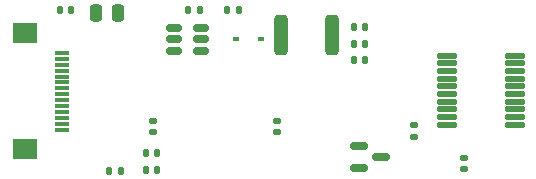
<source format=gbr>
%TF.GenerationSoftware,KiCad,Pcbnew,(6.0.0)*%
%TF.CreationDate,2022-03-29T17:15:08-07:00*%
%TF.ProjectId,ELW2106AA-breakout-board,454c5732-3130-4364-9141-2d627265616b,rev?*%
%TF.SameCoordinates,Original*%
%TF.FileFunction,Paste,Top*%
%TF.FilePolarity,Positive*%
%FSLAX46Y46*%
G04 Gerber Fmt 4.6, Leading zero omitted, Abs format (unit mm)*
G04 Created by KiCad (PCBNEW (6.0.0)) date 2022-03-29 17:15:08*
%MOMM*%
%LPD*%
G01*
G04 APERTURE LIST*
G04 Aperture macros list*
%AMRoundRect*
0 Rectangle with rounded corners*
0 $1 Rounding radius*
0 $2 $3 $4 $5 $6 $7 $8 $9 X,Y pos of 4 corners*
0 Add a 4 corners polygon primitive as box body*
4,1,4,$2,$3,$4,$5,$6,$7,$8,$9,$2,$3,0*
0 Add four circle primitives for the rounded corners*
1,1,$1+$1,$2,$3*
1,1,$1+$1,$4,$5*
1,1,$1+$1,$6,$7*
1,1,$1+$1,$8,$9*
0 Add four rect primitives between the rounded corners*
20,1,$1+$1,$2,$3,$4,$5,0*
20,1,$1+$1,$4,$5,$6,$7,0*
20,1,$1+$1,$6,$7,$8,$9,0*
20,1,$1+$1,$8,$9,$2,$3,0*%
G04 Aperture macros list end*
%ADD10RoundRect,0.020500X0.764500X0.184500X-0.764500X0.184500X-0.764500X-0.184500X0.764500X-0.184500X0*%
%ADD11RoundRect,0.140000X0.140000X0.170000X-0.140000X0.170000X-0.140000X-0.170000X0.140000X-0.170000X0*%
%ADD12R,0.600000X0.450000*%
%ADD13RoundRect,0.250000X0.312500X1.450000X-0.312500X1.450000X-0.312500X-1.450000X0.312500X-1.450000X0*%
%ADD14RoundRect,0.140000X0.170000X-0.140000X0.170000X0.140000X-0.170000X0.140000X-0.170000X-0.140000X0*%
%ADD15RoundRect,0.140000X-0.140000X-0.170000X0.140000X-0.170000X0.140000X0.170000X-0.140000X0.170000X0*%
%ADD16RoundRect,0.135000X0.135000X0.185000X-0.135000X0.185000X-0.135000X-0.185000X0.135000X-0.185000X0*%
%ADD17R,1.200000X0.300000*%
%ADD18R,2.000000X1.800000*%
%ADD19RoundRect,0.150000X0.512500X0.150000X-0.512500X0.150000X-0.512500X-0.150000X0.512500X-0.150000X0*%
%ADD20RoundRect,0.250000X0.250000X0.475000X-0.250000X0.475000X-0.250000X-0.475000X0.250000X-0.475000X0*%
%ADD21RoundRect,0.140000X-0.170000X0.140000X-0.170000X-0.140000X0.170000X-0.140000X0.170000X0.140000X0*%
%ADD22RoundRect,0.150000X-0.587500X-0.150000X0.587500X-0.150000X0.587500X0.150000X-0.587500X0.150000X0*%
G04 APERTURE END LIST*
D10*
%TO.C,U3*%
X148720000Y-93575000D03*
X148720000Y-92925000D03*
X148720000Y-92275000D03*
X148720000Y-91625000D03*
X148720000Y-90975000D03*
X148720000Y-90325000D03*
X148720000Y-89675000D03*
X148720000Y-89025000D03*
X148720000Y-88375000D03*
X148720000Y-87725000D03*
X142980000Y-87725000D03*
X142980000Y-88375000D03*
X142980000Y-89025000D03*
X142980000Y-89675000D03*
X142980000Y-90325000D03*
X142980000Y-90975000D03*
X142980000Y-91625000D03*
X142980000Y-92275000D03*
X142980000Y-92925000D03*
X142980000Y-93575000D03*
%TD*%
D11*
%TO.C,C1*%
X136080000Y-88100000D03*
X135120000Y-88100000D03*
%TD*%
D12*
%TO.C,D1*%
X125150000Y-86300000D03*
X127250000Y-86300000D03*
%TD*%
D13*
%TO.C,L1*%
X133237500Y-86000000D03*
X128962500Y-86000000D03*
%TD*%
D14*
%TO.C,C10*%
X144450000Y-97330000D03*
X144450000Y-96370000D03*
%TD*%
D15*
%TO.C,C7*%
X110220000Y-83850000D03*
X111180000Y-83850000D03*
%TD*%
D16*
%TO.C,R3*%
X125410000Y-83900000D03*
X124390000Y-83900000D03*
%TD*%
%TO.C,R4*%
X122060000Y-83900000D03*
X121040000Y-83900000D03*
%TD*%
D17*
%TO.C,H1*%
X110410000Y-87500000D03*
X110410000Y-88000000D03*
X110410000Y-88500000D03*
X110410000Y-89000000D03*
X110410000Y-89500000D03*
X110410000Y-90000000D03*
X110410000Y-90500000D03*
X110410000Y-91000000D03*
X110410000Y-91500000D03*
X110410000Y-92000000D03*
X110410000Y-92500000D03*
X110410000Y-93000000D03*
X110410000Y-93500000D03*
X110410000Y-94000000D03*
D18*
X107240000Y-95650000D03*
X107240000Y-85850000D03*
%TD*%
D11*
%TO.C,C3*%
X136080000Y-85300000D03*
X135120000Y-85300000D03*
%TD*%
D19*
%TO.C,U1*%
X122187500Y-87300000D03*
X122187500Y-86350000D03*
X122187500Y-85400000D03*
X119912500Y-85400000D03*
X119912500Y-86350000D03*
X119912500Y-87300000D03*
%TD*%
D11*
%TO.C,C6*%
X115380000Y-97500000D03*
X114420000Y-97500000D03*
%TD*%
D20*
%TO.C,C4*%
X115150000Y-84100000D03*
X113250000Y-84100000D03*
%TD*%
D21*
%TO.C,C8*%
X118100000Y-93220000D03*
X118100000Y-94180000D03*
%TD*%
D11*
%TO.C,C2*%
X136080000Y-86700000D03*
X135120000Y-86700000D03*
%TD*%
D15*
%TO.C,C5*%
X117520000Y-97450000D03*
X118480000Y-97450000D03*
%TD*%
D22*
%TO.C,U2*%
X135562500Y-95350000D03*
X135562500Y-97250000D03*
X137437500Y-96300000D03*
%TD*%
D14*
%TO.C,C12*%
X140200000Y-94580000D03*
X140200000Y-93620000D03*
%TD*%
D15*
%TO.C,C9*%
X117520000Y-96000000D03*
X118480000Y-96000000D03*
%TD*%
D14*
%TO.C,C11*%
X128650000Y-94180000D03*
X128650000Y-93220000D03*
%TD*%
M02*

</source>
